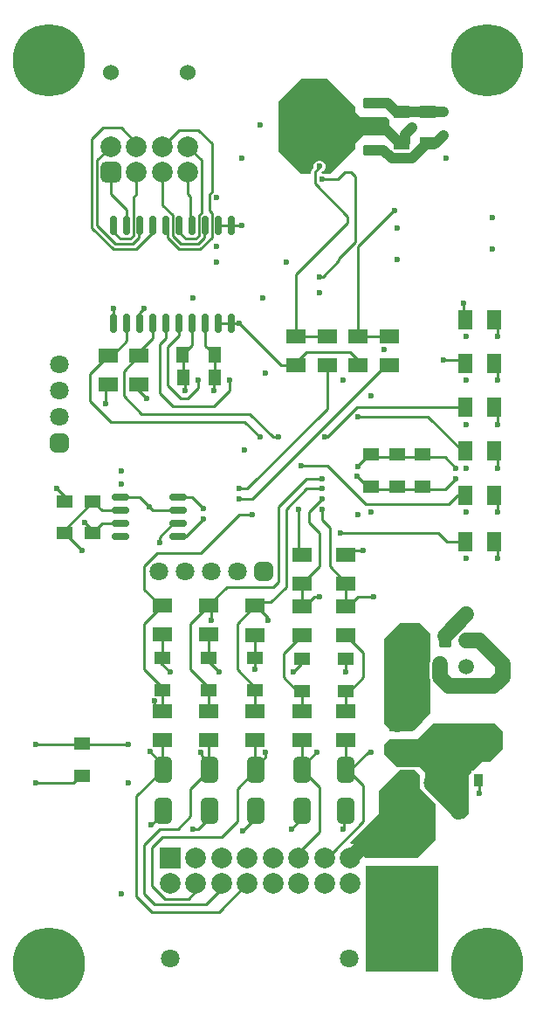
<source format=gbl>
G04*
G04 #@! TF.GenerationSoftware,Altium Limited,Altium Designer,22.11.1 (43)*
G04*
G04 Layer_Physical_Order=4*
G04 Layer_Color=16711680*
%FSLAX44Y44*%
%MOMM*%
G71*
G04*
G04 #@! TF.SameCoordinates,966821B4-BCEF-4EC1-8609-D1904776FC7E*
G04*
G04*
G04 #@! TF.FilePolarity,Positive*
G04*
G01*
G75*
%ADD11C,0.2500*%
%ADD17C,1.5000*%
%ADD18C,2.0000*%
%ADD19R,1.9500X1.4000*%
%ADD20R,1.6000X1.2000*%
%ADD21R,1.2000X1.6000*%
%ADD22R,1.4000X1.9500*%
G04:AMPARAMS|DCode=26|XSize=1.7mm|YSize=2.5mm|CornerRadius=0.425mm|HoleSize=0mm|Usage=FLASHONLY|Rotation=0.000|XOffset=0mm|YOffset=0mm|HoleType=Round|Shape=RoundedRectangle|*
%AMROUNDEDRECTD26*
21,1,1.7000,1.6500,0,0,0.0*
21,1,0.8500,2.5000,0,0,0.0*
1,1,0.8500,0.4250,-0.8250*
1,1,0.8500,-0.4250,-0.8250*
1,1,0.8500,-0.4250,0.8250*
1,1,0.8500,0.4250,0.8250*
%
%ADD26ROUNDEDRECTD26*%
%ADD51C,1.8000*%
%ADD52R,2.0000X2.0000*%
%ADD53C,7.0000*%
%ADD54C,1.5240*%
G04:AMPARAMS|DCode=55|XSize=2mm|YSize=2mm|CornerRadius=0.5mm|HoleSize=0mm|Usage=FLASHONLY|Rotation=90.000|XOffset=0mm|YOffset=0mm|HoleType=Round|Shape=RoundedRectangle|*
%AMROUNDEDRECTD55*
21,1,2.0000,1.0000,0,0,90.0*
21,1,1.0000,2.0000,0,0,90.0*
1,1,1.0000,0.5000,0.5000*
1,1,1.0000,0.5000,-0.5000*
1,1,1.0000,-0.5000,-0.5000*
1,1,1.0000,-0.5000,0.5000*
%
%ADD55ROUNDEDRECTD55*%
G04:AMPARAMS|DCode=56|XSize=1.8mm|YSize=1.8mm|CornerRadius=0.45mm|HoleSize=0mm|Usage=FLASHONLY|Rotation=270.000|XOffset=0mm|YOffset=0mm|HoleType=Round|Shape=RoundedRectangle|*
%AMROUNDEDRECTD56*
21,1,1.8000,0.9000,0,0,270.0*
21,1,0.9000,1.8000,0,0,270.0*
1,1,0.9000,-0.4500,-0.4500*
1,1,0.9000,-0.4500,0.4500*
1,1,0.9000,0.4500,0.4500*
1,1,0.9000,0.4500,-0.4500*
%
%ADD56ROUNDEDRECTD56*%
G04:AMPARAMS|DCode=57|XSize=1.8mm|YSize=1.8mm|CornerRadius=0.45mm|HoleSize=0mm|Usage=FLASHONLY|Rotation=180.000|XOffset=0mm|YOffset=0mm|HoleType=Round|Shape=RoundedRectangle|*
%AMROUNDEDRECTD57*
21,1,1.8000,0.9000,0,0,180.0*
21,1,0.9000,1.8000,0,0,180.0*
1,1,0.9000,-0.4500,0.4500*
1,1,0.9000,0.4500,0.4500*
1,1,0.9000,0.4500,-0.4500*
1,1,0.9000,-0.4500,-0.4500*
%
%ADD57ROUNDEDRECTD57*%
%ADD59C,0.6000*%
%ADD60C,0.7000*%
G04:AMPARAMS|DCode=61|XSize=3.3mm|YSize=2.3mm|CornerRadius=0.575mm|HoleSize=0mm|Usage=FLASHONLY|Rotation=0.000|XOffset=0mm|YOffset=0mm|HoleType=Round|Shape=RoundedRectangle|*
%AMROUNDEDRECTD61*
21,1,3.3000,1.1500,0,0,0.0*
21,1,2.1500,2.3000,0,0,0.0*
1,1,1.1500,1.0750,-0.5750*
1,1,1.1500,-1.0750,-0.5750*
1,1,1.1500,-1.0750,0.5750*
1,1,1.1500,1.0750,0.5750*
%
%ADD61ROUNDEDRECTD61*%
G04:AMPARAMS|DCode=62|XSize=0.6mm|YSize=1.9mm|CornerRadius=0.15mm|HoleSize=0mm|Usage=FLASHONLY|Rotation=180.000|XOffset=0mm|YOffset=0mm|HoleType=Round|Shape=RoundedRectangle|*
%AMROUNDEDRECTD62*
21,1,0.6000,1.6000,0,0,180.0*
21,1,0.3000,1.9000,0,0,180.0*
1,1,0.3000,-0.1500,0.8000*
1,1,0.3000,0.1500,0.8000*
1,1,0.3000,0.1500,-0.8000*
1,1,0.3000,-0.1500,-0.8000*
%
%ADD62ROUNDEDRECTD62*%
G04:AMPARAMS|DCode=63|XSize=1mm|YSize=2.1mm|CornerRadius=0.25mm|HoleSize=0mm|Usage=FLASHONLY|Rotation=90.000|XOffset=0mm|YOffset=0mm|HoleType=Round|Shape=RoundedRectangle|*
%AMROUNDEDRECTD63*
21,1,1.0000,1.6000,0,0,90.0*
21,1,0.5000,2.1000,0,0,90.0*
1,1,0.5000,0.8000,0.2500*
1,1,0.5000,0.8000,-0.2500*
1,1,0.5000,-0.8000,-0.2500*
1,1,0.5000,-0.8000,0.2500*
%
%ADD63ROUNDEDRECTD63*%
G04:AMPARAMS|DCode=64|XSize=3.3mm|YSize=2.1mm|CornerRadius=0.525mm|HoleSize=0mm|Usage=FLASHONLY|Rotation=90.000|XOffset=0mm|YOffset=0mm|HoleType=Round|Shape=RoundedRectangle|*
%AMROUNDEDRECTD64*
21,1,3.3000,1.0500,0,0,90.0*
21,1,2.2500,2.1000,0,0,90.0*
1,1,1.0500,0.5250,1.1250*
1,1,1.0500,0.5250,-1.1250*
1,1,1.0500,-0.5250,-1.1250*
1,1,1.0500,-0.5250,1.1250*
%
%ADD64ROUNDEDRECTD64*%
G04:AMPARAMS|DCode=65|XSize=0.65mm|YSize=1.7mm|CornerRadius=0.1625mm|HoleSize=0mm|Usage=FLASHONLY|Rotation=90.000|XOffset=0mm|YOffset=0mm|HoleType=Round|Shape=RoundedRectangle|*
%AMROUNDEDRECTD65*
21,1,0.6500,1.3750,0,0,90.0*
21,1,0.3250,1.7000,0,0,90.0*
1,1,0.3250,0.6875,0.1625*
1,1,0.3250,0.6875,-0.1625*
1,1,0.3250,-0.6875,-0.1625*
1,1,0.3250,-0.6875,0.1625*
%
%ADD65ROUNDEDRECTD65*%
%ADD66R,0.9000X1.3000*%
G04:AMPARAMS|DCode=67|XSize=1.3mm|YSize=1.1mm|CornerRadius=0.275mm|HoleSize=0mm|Usage=FLASHONLY|Rotation=90.000|XOffset=0mm|YOffset=0mm|HoleType=Round|Shape=RoundedRectangle|*
%AMROUNDEDRECTD67*
21,1,1.3000,0.5500,0,0,90.0*
21,1,0.7500,1.1000,0,0,90.0*
1,1,0.5500,0.2750,0.3750*
1,1,0.5500,0.2750,-0.3750*
1,1,0.5500,-0.2750,-0.3750*
1,1,0.5500,-0.2750,0.3750*
%
%ADD67ROUNDEDRECTD67*%
%ADD68R,1.3000X2.2000*%
G04:AMPARAMS|DCode=69|XSize=1.75mm|YSize=1.25mm|CornerRadius=0.3125mm|HoleSize=0mm|Usage=FLASHONLY|Rotation=270.000|XOffset=0mm|YOffset=0mm|HoleType=Round|Shape=RoundedRectangle|*
%AMROUNDEDRECTD69*
21,1,1.7500,0.6250,0,0,270.0*
21,1,1.1250,1.2500,0,0,270.0*
1,1,0.6250,-0.3125,-0.5625*
1,1,0.6250,-0.3125,0.5625*
1,1,0.6250,0.3125,0.5625*
1,1,0.6250,0.3125,-0.5625*
%
%ADD69ROUNDEDRECTD69*%
%ADD70C,1.0000*%
%ADD71C,1.5000*%
G36*
X335000Y867500D02*
Y862500D01*
X340000Y857500D01*
X365000D01*
X367500Y855000D01*
Y840000D01*
X342500D01*
X335000Y832500D01*
Y827500D01*
X310000Y802500D01*
X304906D01*
X303602Y803040D01*
X302223D01*
X302181Y803056D01*
X301375Y804300D01*
X301531Y804638D01*
X303138Y805303D01*
X304697Y806862D01*
X305540Y808898D01*
Y811102D01*
X304697Y813138D01*
X303138Y814697D01*
X301102Y815540D01*
X298898D01*
X296862Y814697D01*
X295303Y813138D01*
X294460Y811102D01*
Y808978D01*
X292978Y807495D01*
X292140Y806242D01*
X291846Y804763D01*
Y802500D01*
X282500D01*
X260000Y825000D01*
Y872500D01*
X282500Y895000D01*
X307500D01*
X335000Y867500D01*
D02*
G37*
G36*
X407500Y357500D02*
Y330801D01*
X407218Y330121D01*
X407178Y329816D01*
X406873Y327500D01*
X406873Y327500D01*
Y314797D01*
X406873Y314797D01*
X407178Y312481D01*
X407218Y312176D01*
X407500Y311496D01*
Y280000D01*
X390000Y262500D01*
X367500D01*
Y265000D01*
X362500Y270000D01*
Y287500D01*
Y352500D01*
X377500Y367500D01*
X397500D01*
X407500Y357500D01*
D02*
G37*
G36*
X477500Y262500D02*
X477500D01*
Y245000D01*
X465000Y232500D01*
X457500D01*
X449040Y224040D01*
X447460D01*
Y222460D01*
X445000Y220000D01*
Y182500D01*
X440000Y177500D01*
X432500D01*
X402500Y207500D01*
Y222500D01*
X397500Y227500D01*
X392951D01*
X392500Y227590D01*
X377500D01*
X377049Y227500D01*
X375000D01*
X362500Y240000D01*
Y250000D01*
X367500Y255000D01*
X395000D01*
X410000Y270000D01*
X470000D01*
X477500Y262500D01*
D02*
G37*
G36*
X397500Y220000D02*
Y207500D01*
X412500Y192500D01*
Y157500D01*
X395000Y140000D01*
X345000D01*
X344673Y139673D01*
X343500Y140159D01*
Y141777D01*
X342580Y145211D01*
X340803Y148289D01*
X338289Y150803D01*
X335211Y152580D01*
X331777Y153500D01*
X330159D01*
X329673Y154673D01*
X357500Y182500D01*
Y205000D01*
X365000Y212500D01*
X377500Y225000D01*
X392500D01*
X397500Y220000D01*
D02*
G37*
G36*
X415000Y30000D02*
X345000D01*
Y132500D01*
X415000D01*
Y30000D01*
D02*
G37*
%LPC*%
G36*
X387500Y93864D02*
X386021Y93570D01*
X384768Y92732D01*
X383930Y91479D01*
X383636Y90000D01*
X383930Y88521D01*
X384768Y87268D01*
X388554Y83481D01*
X389808Y82643D01*
X391287Y82349D01*
X392765Y82643D01*
X394019Y83481D01*
X394857Y84735D01*
X395151Y86214D01*
X394857Y87692D01*
X394019Y88946D01*
X390232Y92732D01*
X388979Y93570D01*
X387500Y93864D01*
D02*
G37*
%LPD*%
D11*
X334290Y736417D02*
Y800312D01*
X300000Y702500D02*
X300670Y703170D01*
X303170D01*
X318730Y718730D01*
Y720857D01*
X334290Y736417D01*
X277500Y705000D02*
X327500Y755000D01*
X277500Y645500D02*
Y705000D01*
X327500Y755000D02*
Y761487D01*
X302500Y797500D02*
X317898D01*
X324688Y804290D01*
X330312D01*
X295710Y793276D02*
Y804763D01*
X300000Y809053D02*
Y810000D01*
X295710Y793276D02*
X327500Y761487D01*
X295710Y804763D02*
X300000Y809053D01*
X330312Y804290D02*
X334290Y800312D01*
X147500Y772396D02*
Y804100D01*
Y772396D02*
X157420Y762476D01*
X147500Y829100D02*
X163400Y845000D01*
X182500D01*
X195520Y831980D01*
X172500Y829100D02*
X185770Y815830D01*
X172500Y783200D02*
Y804100D01*
X122500Y783200D02*
Y804100D01*
X97500Y783200D02*
Y804100D01*
X84230Y815830D02*
X97500Y829100D01*
X84230Y752374D02*
Y815830D01*
X90000Y847500D02*
X107500D01*
X122500Y829100D02*
Y832500D01*
X107500Y847500D02*
X122500Y832500D01*
X79150Y836650D02*
X90000Y847500D01*
X79150Y750270D02*
Y836650D01*
X99850Y729570D02*
X122020D01*
X79150Y750270D02*
X99850Y729570D01*
X122020D02*
X138450Y746000D01*
X290000Y863525D02*
Y887500D01*
Y863525D02*
X294774Y858752D01*
X297500D01*
X289400Y848580D02*
Y851769D01*
X387500Y90000D02*
X391287Y86214D01*
X372500Y144000D02*
X377611Y149111D01*
X380000Y151500D01*
X172580Y100080D02*
X182500Y110000D01*
X137500Y112500D02*
X149920Y100080D01*
X172580D01*
X332500Y117500D02*
X337500D01*
X193190Y766810D02*
Y782821D01*
X195520Y740856D02*
Y764480D01*
X193190Y766810D02*
X195520Y764480D01*
X138450Y746000D02*
Y752500D01*
X195520Y785151D02*
Y831980D01*
X193190Y782821D02*
X195520Y785151D01*
X151150Y752500D02*
X152340Y751310D01*
Y740580D02*
X163350Y729570D01*
X184234D02*
X195520Y740856D01*
X163350Y729570D02*
X184234D01*
X152340Y740580D02*
Y751310D01*
X187978Y740498D02*
Y751228D01*
X182130Y734650D02*
X187978Y740498D01*
X165454Y734650D02*
X182130D01*
X157420Y742684D02*
Y762476D01*
Y742684D02*
X165454Y734650D01*
X187978Y751228D02*
X189250Y752500D01*
X163850Y746000D02*
Y752500D01*
Y746000D02*
X170120Y739730D01*
X180026D01*
X182898Y742602D02*
Y762394D01*
X185770Y765266D01*
Y815830D01*
X180026Y739730D02*
X182898Y742602D01*
X174962Y754088D02*
X176550Y752500D01*
X172500Y783200D02*
X174962Y780738D01*
Y754088D02*
Y780738D01*
X124560Y751310D02*
X125750Y752500D01*
X124560Y740580D02*
Y751310D01*
X118630Y734650D02*
X124560Y740580D01*
X101954Y734650D02*
X118630D01*
X84230Y752374D02*
X101954Y734650D01*
X100350Y746000D02*
X106620Y739730D01*
X116526D01*
X119480Y742684D01*
Y780180D01*
X100350Y746000D02*
Y752500D01*
X119480Y780180D02*
X122500Y783200D01*
X113050Y752500D02*
Y767650D01*
X97500Y783200D02*
X113050Y767650D01*
X25000Y212500D02*
X61000D01*
X68000Y219500D02*
X70000D01*
X61000Y212500D02*
X68000Y219500D01*
X145000Y445000D02*
Y450708D01*
X157942Y463650D01*
X163000D01*
X332500Y387500D02*
X337500Y392500D01*
X352500D01*
X290000Y387500D02*
X295000Y392500D01*
X300000D01*
X242500Y380000D02*
X250000Y372500D01*
Y372500D02*
Y372500D01*
X195000Y370000D02*
Y380000D01*
X140000Y287730D02*
Y292500D01*
Y287730D02*
X145730Y282000D01*
X147500D01*
X135328Y243127D02*
X145477Y232977D01*
X192500Y231613D02*
Y254000D01*
Y231613D02*
X193250Y230863D01*
X185662Y238451D02*
X192500Y231613D01*
X185662Y238451D02*
Y241838D01*
X193250Y225250D02*
Y230863D01*
X185000Y242500D02*
X185662Y241838D01*
X245000Y235000D02*
X247500Y237500D01*
Y242500D01*
X287500Y232500D02*
X297500Y242500D01*
X332500Y227500D02*
X347500Y242500D01*
X350000D01*
X136994Y171631D02*
X148250Y182887D01*
Y185750D01*
X348000Y528000D02*
X422000D01*
X323428Y167500D02*
Y183428D01*
X45000Y497500D02*
X55000Y487500D01*
X192500Y330000D02*
Y356250D01*
X272500Y167500D02*
X280000Y175000D01*
X323428Y183428D02*
X325750Y185750D01*
X177500Y167500D02*
X182500D01*
X325000Y320000D02*
Y332500D01*
X275000Y320000D02*
X282500Y327500D01*
X274909Y319909D02*
X275000Y320000D01*
X282500Y327500D02*
Y330000D01*
X279428Y328928D02*
X283250Y332750D01*
X237500Y333250D02*
X237500Y333250D01*
X237500Y322500D02*
Y333250D01*
X192500Y330000D02*
X202500Y320000D01*
X147500Y333500D02*
X150000Y331000D01*
X146250Y328750D02*
X155000Y320000D01*
X237500Y335000D02*
Y356000D01*
X137500Y112500D02*
Y150000D01*
X147500Y160000D01*
X225000Y752500D02*
X225140D01*
X214650D02*
X225000D01*
X289400Y851769D02*
X294405Y856775D01*
X336230Y510060D02*
X349290Y497000D01*
X375000D02*
X422000D01*
X349290D02*
X375000D01*
X406403Y860500D02*
X408403Y862500D01*
X25000Y250000D02*
X115000D01*
X420000Y622500D02*
X437403D01*
X337500Y645500D02*
Y732500D01*
X372140Y767140D01*
X287500Y857500D02*
X293380Y863380D01*
X201950Y752500D02*
X214650D01*
X135000Y480000D02*
X138650Y476350D01*
X125950Y489050D02*
X135000Y480000D01*
X455000Y202500D02*
Y214500D01*
X152010Y756325D02*
X152300Y756035D01*
X139410Y756225D02*
X139600Y756035D01*
X348580Y848580D02*
X352400D01*
X338162Y519392D02*
Y520662D01*
X348000Y530500D02*
X350000D01*
X337500Y518730D02*
X338162Y519392D01*
Y520662D02*
X348000Y530500D01*
X422000Y497000D02*
X432500Y507500D01*
X422000Y528000D02*
X432500Y517500D01*
X107000Y489050D02*
X125950D01*
X138650Y476350D02*
X163000D01*
X280000Y622500D02*
X287500Y630000D01*
X330000D01*
X337500Y622500D01*
Y617500D02*
Y622500D01*
X222500Y657500D02*
X262500Y617500D01*
X277500D01*
X125750Y668250D02*
X130000Y672500D01*
X125750Y657500D02*
Y668250D01*
X92500Y596000D02*
X95000Y598500D01*
X92500Y580000D02*
Y596000D01*
X122500Y595000D02*
X132500Y585000D01*
Y585000D02*
Y585000D01*
X214650Y657500D02*
X222500D01*
X100350D02*
Y672150D01*
X201950Y657500D02*
X214650D01*
X327500Y437500D02*
X342500D01*
X280000Y435000D02*
Y477500D01*
X287500Y497500D02*
X302500D01*
X267500Y402500D02*
Y477500D01*
X287500Y497500D01*
X260000Y407500D02*
Y480000D01*
X287500Y507500D02*
X302500D01*
X260000Y480000D02*
X287500Y507500D01*
X152500Y597500D02*
X165000Y585000D01*
X172500D01*
X182500Y595000D01*
X197500Y577500D02*
X212500Y592500D01*
X157500Y577500D02*
X197500D01*
X145000Y590000D02*
X157500Y577500D01*
X232500Y570000D02*
X255000Y547500D01*
X110000Y587500D02*
X127500Y570000D01*
X232500D01*
X227500Y562500D02*
X242500Y547500D01*
X97500Y562500D02*
X227500D01*
X77500Y582500D02*
X97500Y562500D01*
X197500Y595000D02*
Y604000D01*
X170000Y595000D02*
Y602500D01*
X147500Y333500D02*
Y356250D01*
X265000Y337500D02*
X282500Y355000D01*
X265000Y315000D02*
Y337500D01*
Y315000D02*
X278250Y301750D01*
X227500Y167500D02*
X237500Y177500D01*
X182500Y167500D02*
X192500Y177500D01*
X217500Y417500D02*
X220000D01*
X440000Y667500D02*
Y677500D01*
X374500Y863000D02*
X380000D01*
X425000Y482500D02*
X433903Y491403D01*
X345000Y482500D02*
X425000D01*
X307500Y520000D02*
X345000Y482500D01*
X282500Y520000D02*
X307500D01*
X405000Y567500D02*
X438597Y533903D01*
X337500Y567500D02*
X405000D01*
X336403Y576403D02*
X441000D01*
X307500Y547500D02*
X336403Y576403D01*
X305000Y547500D02*
X307500D01*
X472500Y645000D02*
Y662500D01*
Y602500D02*
Y615000D01*
Y560000D02*
Y575000D01*
Y517500D02*
Y530000D01*
Y475000D02*
Y485000D01*
Y430000D02*
Y445000D01*
X423597Y446403D02*
X441000D01*
X415000Y455000D02*
X423597Y446403D01*
X320000Y455000D02*
X415000D01*
X234750Y487500D02*
X364750Y617500D01*
X222500Y487500D02*
X234750D01*
X364750Y617500D02*
X367500D01*
X222500Y497500D02*
X230000D01*
X307500Y575000D02*
Y615000D01*
X230000Y497500D02*
X307500Y575000D01*
X277500Y645500D02*
X307500D01*
X337500D02*
X367500D01*
X378000Y832000D02*
X380000D01*
X192500Y300000D02*
Y305000D01*
X182500Y595000D02*
Y602500D01*
X212500Y592500D02*
Y602500D01*
X152500Y597500D02*
Y635000D01*
X77500Y609000D02*
X77500Y609000D01*
Y582500D02*
Y609000D01*
X77500Y609000D02*
X95000Y626500D01*
X110000Y611500D02*
X125000Y626500D01*
X110000Y587500D02*
Y611500D01*
X97500Y627500D02*
X100000D01*
X152500Y635000D02*
X163850Y646350D01*
X145000Y637500D02*
X151150Y643650D01*
X145000Y590000D02*
Y637500D01*
X151150Y643650D02*
Y655000D01*
X100000Y626437D02*
X100187D01*
X113050Y640550D02*
Y655000D01*
X100000Y627500D02*
X113050Y640550D01*
X127500Y632500D02*
X138450Y643450D01*
X198000Y605500D02*
X198500Y605000D01*
X198000Y605500D02*
Y627500D01*
X167000D02*
X167500Y627000D01*
Y605000D02*
Y627000D01*
X163850Y646350D02*
Y655000D01*
X255000Y547500D02*
X260000D01*
X138450Y643450D02*
Y655000D01*
X189250Y636250D02*
X198000Y627500D01*
X189250Y636250D02*
Y655000D01*
X167000Y627500D02*
X176550Y637050D01*
Y655000D01*
X302500Y467500D02*
X310000Y460000D01*
X302500Y467500D02*
Y477500D01*
X290000Y475000D02*
X302500Y487500D01*
X290000Y465000D02*
Y475000D01*
Y465000D02*
X300000Y455000D01*
X53000Y454500D02*
X70000Y437500D01*
X52500Y454500D02*
X53000D01*
X72500Y465000D02*
X80000Y457500D01*
Y454500D02*
Y457500D01*
X52500Y457500D02*
X80000Y485000D01*
Y485500D01*
Y454500D02*
X89150Y463650D01*
X107000D01*
X80000Y485500D02*
X89150Y476350D01*
X107000D01*
X170450Y450950D02*
X187500Y468000D01*
X163000Y450950D02*
X170450D01*
X176450Y489050D02*
X187500Y478000D01*
X163000Y489050D02*
X176450D01*
X142500Y435000D02*
X185000D01*
X222500Y472500D01*
X130000Y422500D02*
X142500Y435000D01*
X222500Y472500D02*
X235000D01*
X310000Y422500D02*
Y460000D01*
X130000Y400000D02*
Y422500D01*
Y400000D02*
X141250Y388750D01*
X310000Y422500D02*
X325750Y406750D01*
Y405750D02*
Y406750D01*
X300000Y422500D02*
Y455000D01*
X283250Y405750D02*
X300000Y422500D01*
X283250Y405750D02*
Y405750D01*
X240000Y387500D02*
X252500D01*
X267500Y402500D01*
X255000D02*
X260000Y407500D01*
X210000Y402500D02*
X255000D01*
X192500Y385000D02*
X210000Y402500D01*
X192500Y384250D02*
Y385000D01*
X283250Y383750D02*
Y405750D01*
X325750Y385750D02*
Y405750D01*
X278250Y301750D02*
X283250D01*
Y306750D01*
X325750Y355750D02*
X342500Y339000D01*
Y315000D02*
Y339000D01*
X329250Y301750D02*
X342500Y315000D01*
X325750Y301750D02*
X329250D01*
X283250Y282250D02*
Y301750D01*
X325750Y282250D02*
Y301750D01*
X220000Y366500D02*
X237500Y384000D01*
X220000Y322500D02*
Y366500D01*
Y322500D02*
X237500Y305000D01*
Y302250D02*
Y305000D01*
X175000Y366750D02*
X192500Y384250D01*
X175000Y322500D02*
Y366750D01*
Y322500D02*
X192500Y305000D01*
X130000Y366750D02*
X147500Y384250D01*
X130000Y322500D02*
Y366750D01*
Y322500D02*
X147500Y305000D01*
Y302500D02*
Y305000D01*
Y282000D02*
Y302500D01*
X192500Y282000D02*
Y302500D01*
X237500Y281750D02*
Y297500D01*
X147500Y226000D02*
Y254000D01*
X237500Y225750D02*
Y253750D01*
X122500Y199500D02*
X148250Y225250D01*
X175000Y207000D02*
X193250Y225250D01*
X175000Y180000D02*
Y207000D01*
X162500Y167500D02*
X175000Y180000D01*
X130000Y105000D02*
X140000Y95000D01*
X190000D01*
X207500Y112500D01*
X122500Y102500D02*
Y199500D01*
Y102500D02*
X137500Y87500D01*
X202500D01*
X232500Y117500D01*
Y117500D01*
X145000Y167500D02*
X162500D01*
X130000Y152500D02*
X145000Y167500D01*
X130000Y105000D02*
Y152500D01*
X207500Y112500D02*
Y117500D01*
X205000Y160000D02*
X220000Y175000D01*
X147500Y160000D02*
X205000D01*
X220000Y175000D02*
Y206750D01*
X235000Y221750D01*
X182500Y110000D02*
Y117500D01*
X342500Y175000D02*
Y210000D01*
X312500Y145000D02*
X342500Y175000D01*
X283250Y225250D02*
Y249250D01*
X287500Y221000D02*
X300000Y208500D01*
Y165000D02*
Y208500D01*
X282500Y147500D02*
X300000Y165000D01*
X282500Y142500D02*
Y147500D01*
X325750Y226750D02*
Y254250D01*
Y226750D02*
X342500Y210000D01*
X307500Y142500D02*
Y145000D01*
X421750Y352500D02*
Y355050D01*
X398000Y327500D02*
X399183Y326317D01*
D17*
X442500Y325000D02*
D03*
Y375800D02*
D03*
Y350400D02*
D03*
D18*
X255000Y140000D02*
D03*
X280000D02*
D03*
X155000Y115000D02*
D03*
X180000D02*
D03*
X205000D02*
D03*
X230000D02*
D03*
X255000D02*
D03*
X280000D02*
D03*
X305000D02*
D03*
X330000D02*
D03*
X180000Y140000D02*
D03*
X205000D02*
D03*
X230000D02*
D03*
X305000D02*
D03*
X330000D02*
D03*
X122500Y804100D02*
D03*
X147500D02*
D03*
X172500D02*
D03*
X97500Y829100D02*
D03*
X122500D02*
D03*
X147500D02*
D03*
X172500D02*
D03*
D19*
X192500Y356250D02*
D03*
Y384250D02*
D03*
X237500Y356000D02*
D03*
Y384000D02*
D03*
X147500Y254000D02*
D03*
Y282000D02*
D03*
X192500Y254000D02*
D03*
Y282000D02*
D03*
X237500Y253750D02*
D03*
Y281750D02*
D03*
X283250Y433750D02*
D03*
Y405750D02*
D03*
X325750Y433750D02*
D03*
Y405750D02*
D03*
X147500Y384250D02*
D03*
Y356250D02*
D03*
X283250Y282250D02*
D03*
Y254250D02*
D03*
X325750Y282250D02*
D03*
Y254250D02*
D03*
X283250Y383750D02*
D03*
Y355750D02*
D03*
X325750Y383750D02*
D03*
Y355750D02*
D03*
X125000Y626500D02*
D03*
Y598500D02*
D03*
X95000Y626500D02*
D03*
Y598500D02*
D03*
X307500Y617500D02*
D03*
Y645500D02*
D03*
X337500Y617500D02*
D03*
Y645500D02*
D03*
X367500Y617500D02*
D03*
Y645500D02*
D03*
X277500Y617500D02*
D03*
Y645500D02*
D03*
D20*
X192500Y302500D02*
D03*
Y333500D02*
D03*
X237500Y302250D02*
D03*
Y333250D02*
D03*
X283250Y332750D02*
D03*
Y301750D02*
D03*
X325750Y332750D02*
D03*
Y301750D02*
D03*
X380000Y832000D02*
D03*
Y863000D02*
D03*
X405000Y832000D02*
D03*
Y863000D02*
D03*
X52500Y454500D02*
D03*
Y485500D02*
D03*
X80000Y454500D02*
D03*
Y485500D02*
D03*
X350000Y530500D02*
D03*
Y499500D02*
D03*
X400000Y530500D02*
D03*
Y499500D02*
D03*
X147500Y302500D02*
D03*
Y333500D02*
D03*
X70000Y250500D02*
D03*
Y219500D02*
D03*
X375000Y499500D02*
D03*
Y530500D02*
D03*
D21*
X167000Y627500D02*
D03*
X198000D02*
D03*
X167500Y605000D02*
D03*
X198500D02*
D03*
D22*
X441000Y446403D02*
D03*
X469000D02*
D03*
X441000Y491403D02*
D03*
X469000D02*
D03*
X441000Y533903D02*
D03*
X469000D02*
D03*
X441000Y576403D02*
D03*
X469000D02*
D03*
X441000Y618903D02*
D03*
X469000D02*
D03*
X441000Y661403D02*
D03*
X469000D02*
D03*
D26*
X193250Y185750D02*
D03*
Y225250D02*
D03*
X238250Y185500D02*
D03*
Y225000D02*
D03*
X283250Y225250D02*
D03*
Y185750D02*
D03*
X148250D02*
D03*
Y225250D02*
D03*
X325750Y185750D02*
D03*
Y225250D02*
D03*
D51*
X155000Y42610D02*
D03*
X328990D02*
D03*
X143800Y417500D02*
D03*
X169200D02*
D03*
X194600D02*
D03*
X220000D02*
D03*
X410200Y212500D02*
D03*
X384800D02*
D03*
X47500Y618300D02*
D03*
Y592900D02*
D03*
Y567500D02*
D03*
X375000Y244800D02*
D03*
Y270200D02*
D03*
D52*
X155000Y140000D02*
D03*
D53*
X462500Y912500D02*
D03*
X462500Y37500D02*
D03*
X37500D02*
D03*
Y912500D02*
D03*
D54*
X172500Y900900D02*
D03*
X97500D02*
D03*
D55*
Y804100D02*
D03*
D56*
X245400Y417500D02*
D03*
D57*
X47500Y542100D02*
D03*
D59*
X302500Y797500D02*
D03*
X300000Y810000D02*
D03*
Y702500D02*
D03*
X290000Y887500D02*
D03*
X200000Y780000D02*
D03*
X107500Y502500D02*
D03*
Y515000D02*
D03*
X302500Y507500D02*
D03*
X280000Y477500D02*
D03*
X337500Y472500D02*
D03*
X342500Y437500D02*
D03*
X132500Y585000D02*
D03*
X92500Y580000D02*
D03*
X222500Y657500D02*
D03*
X100000Y672500D02*
D03*
X420000Y862500D02*
D03*
X225000Y752500D02*
D03*
X300000Y687500D02*
D03*
X268237Y716902D02*
D03*
X247500Y610000D02*
D03*
X130000Y672500D02*
D03*
X242500Y850000D02*
D03*
X420000Y840000D02*
D03*
X467500Y760000D02*
D03*
X45000Y497500D02*
D03*
X135000Y480000D02*
D03*
X145000Y445000D02*
D03*
X432500Y517500D02*
D03*
Y507500D02*
D03*
X337500Y518730D02*
D03*
X390000Y847500D02*
D03*
X200000Y717500D02*
D03*
X467500Y730000D02*
D03*
X375000Y720000D02*
D03*
Y750000D02*
D03*
X245000Y682500D02*
D03*
X322500Y602500D02*
D03*
X177500Y682500D02*
D03*
X362500Y632500D02*
D03*
X420000Y622500D02*
D03*
X225000Y817500D02*
D03*
X455000Y202500D02*
D03*
X350000Y475000D02*
D03*
Y587500D02*
D03*
X200000Y732500D02*
D03*
X297500Y242500D02*
D03*
X247500D02*
D03*
X135328Y243127D02*
D03*
X185000Y242500D02*
D03*
X350000D02*
D03*
X352500Y392500D02*
D03*
X300000D02*
D03*
X250000Y370000D02*
D03*
X195000D02*
D03*
X140000Y292500D02*
D03*
X72500Y465000D02*
D03*
X235000Y472500D02*
D03*
X70000Y437500D02*
D03*
X302500Y477500D02*
D03*
Y487500D02*
D03*
Y497500D02*
D03*
X187500Y478000D02*
D03*
X222500Y487500D02*
D03*
X187500Y468000D02*
D03*
X222500Y497500D02*
D03*
X336230Y510060D02*
D03*
X260000Y547500D02*
D03*
X242500D02*
D03*
X212500Y602500D02*
D03*
X182500D02*
D03*
X320000Y455000D02*
D03*
X372500Y767500D02*
D03*
X472500Y517500D02*
D03*
Y645000D02*
D03*
Y602500D02*
D03*
Y560000D02*
D03*
Y475000D02*
D03*
Y430000D02*
D03*
X305000Y547500D02*
D03*
X282500Y520000D02*
D03*
X337500Y567500D02*
D03*
X440000Y677500D02*
D03*
X442500Y430000D02*
D03*
Y475000D02*
D03*
Y517500D02*
D03*
Y645000D02*
D03*
Y602500D02*
D03*
Y560000D02*
D03*
X225750Y166250D02*
D03*
X115000Y212500D02*
D03*
X237500Y322500D02*
D03*
X227500Y535000D02*
D03*
X197500Y592500D02*
D03*
X170000D02*
D03*
X25000Y250000D02*
D03*
X115000D02*
D03*
X325000Y320000D02*
D03*
X275000D02*
D03*
X422500Y817500D02*
D03*
X155000Y320000D02*
D03*
X25000Y212500D02*
D03*
X322500Y167500D02*
D03*
X177500D02*
D03*
X107500Y105000D02*
D03*
X136994Y171631D02*
D03*
X202500Y320000D02*
D03*
X272500Y167500D02*
D03*
D60*
X465000Y940000D02*
D03*
X485000Y932500D02*
D03*
X445000D02*
D03*
X437500Y912500D02*
D03*
X445000Y892500D02*
D03*
X465000Y885000D02*
D03*
X485000Y892500D02*
D03*
X492500Y912500D02*
D03*
X282500Y837500D02*
D03*
X272500Y827500D02*
D03*
Y837500D02*
D03*
Y867500D02*
D03*
Y857500D02*
D03*
Y847500D02*
D03*
X332500D02*
D03*
X322500D02*
D03*
X312500D02*
D03*
X302500D02*
D03*
X292500Y867500D02*
D03*
Y857500D02*
D03*
X282500Y827500D02*
D03*
X292500D02*
D03*
Y837500D02*
D03*
Y847500D02*
D03*
X282500D02*
D03*
Y857500D02*
D03*
Y867500D02*
D03*
X462500Y65000D02*
D03*
X482500Y57500D02*
D03*
X490000Y37500D02*
D03*
X482500Y17500D02*
D03*
X462500Y10000D02*
D03*
X442500Y17500D02*
D03*
X435000Y37500D02*
D03*
X442500Y57500D02*
D03*
X380000Y40000D02*
D03*
X57500Y932500D02*
D03*
X65000Y912500D02*
D03*
X57500Y892500D02*
D03*
X37500Y885000D02*
D03*
X17500Y892500D02*
D03*
X10000Y912500D02*
D03*
X17500Y932500D02*
D03*
X37500Y940000D02*
D03*
Y65000D02*
D03*
X57500Y57500D02*
D03*
X65000Y37500D02*
D03*
X17500Y17500D02*
D03*
X37500Y10000D02*
D03*
X17500Y57500D02*
D03*
X57500Y17500D02*
D03*
X10000Y37500D02*
D03*
D61*
X380000Y83500D02*
D03*
Y151500D02*
D03*
D62*
X214650Y657500D02*
D03*
X201950D02*
D03*
X189250D02*
D03*
X176550D02*
D03*
X163850D02*
D03*
X151150D02*
D03*
X138450D02*
D03*
X125750D02*
D03*
X113050D02*
D03*
X100350D02*
D03*
X214650Y752500D02*
D03*
X201950D02*
D03*
X189250D02*
D03*
X176550D02*
D03*
X163850D02*
D03*
X151150D02*
D03*
X138450D02*
D03*
X125750D02*
D03*
X113050D02*
D03*
X100350D02*
D03*
D63*
X352400Y871580D02*
D03*
Y848580D02*
D03*
Y825580D02*
D03*
D64*
X289400Y848580D02*
D03*
D65*
X107000Y450950D02*
D03*
Y463650D02*
D03*
Y476350D02*
D03*
Y489050D02*
D03*
X163000Y450950D02*
D03*
Y463650D02*
D03*
Y476350D02*
D03*
Y489050D02*
D03*
D66*
X417000Y327500D02*
D03*
X398000D02*
D03*
X435500Y215000D02*
D03*
X454500D02*
D03*
D67*
X435000Y185000D02*
D03*
X400000D02*
D03*
D68*
X399183Y298933D02*
D03*
X455750Y246000D02*
D03*
D69*
X393250Y352500D02*
D03*
X421750D02*
D03*
D70*
X382000Y832000D02*
X383000Y833000D01*
Y840500D02*
X390000Y847500D01*
X380000Y832000D02*
X382000D01*
X383000Y833000D02*
Y840500D01*
X403000Y832000D02*
X404500D01*
X402000Y829500D02*
Y831000D01*
X361920Y825580D02*
X370000Y817500D01*
X390000D01*
X402000Y831000D02*
X403000Y832000D01*
X390000Y817500D02*
X402000Y829500D01*
X412500Y832500D02*
X420000Y840000D01*
X408403Y862500D02*
X420000D01*
X380000Y863000D02*
X405000D01*
X361420Y848580D02*
X378000Y832000D01*
X365920Y871580D02*
X374500Y863000D01*
X352400Y871580D02*
X365920D01*
D71*
X342312Y151500D02*
X380000D01*
X385000D02*
X389000Y155500D01*
X380000Y151500D02*
X385000D01*
X389000Y155500D02*
Y157444D01*
X454600Y350400D02*
X477500Y327500D01*
X468713Y306287D02*
X477500Y315074D01*
X442500Y350400D02*
X454600D01*
X425510Y306287D02*
X468713D01*
X477500Y315074D02*
Y327500D01*
X417000Y314797D02*
X425510Y306287D01*
X417000Y327500D02*
X417000Y327500D01*
X417000Y314797D02*
Y327500D01*
X332500Y142500D02*
X333312D01*
X342312Y151500D01*
X400000Y168444D02*
Y185000D01*
X389000Y157444D02*
X400000Y168444D01*
X452500Y242500D02*
X454750D01*
X435500Y215000D02*
Y225500D01*
X452500Y242500D01*
X375000Y244800D02*
X454550D01*
X385374Y199626D02*
X400000Y185000D01*
X385374Y199626D02*
Y211926D01*
X384800Y212500D02*
X385374Y211926D01*
X410200Y212500D02*
X433000D01*
X397500Y280000D02*
Y292500D01*
X387700Y270200D02*
X397500Y280000D01*
X375000Y270200D02*
X387700D01*
X421750Y355050D02*
X442500Y375800D01*
X397500Y328000D02*
Y337500D01*
X393250Y341750D02*
X397500Y337500D01*
X393250Y341750D02*
Y352500D01*
X399183Y298933D02*
Y326317D01*
X435000Y185000D02*
Y214500D01*
M02*

</source>
